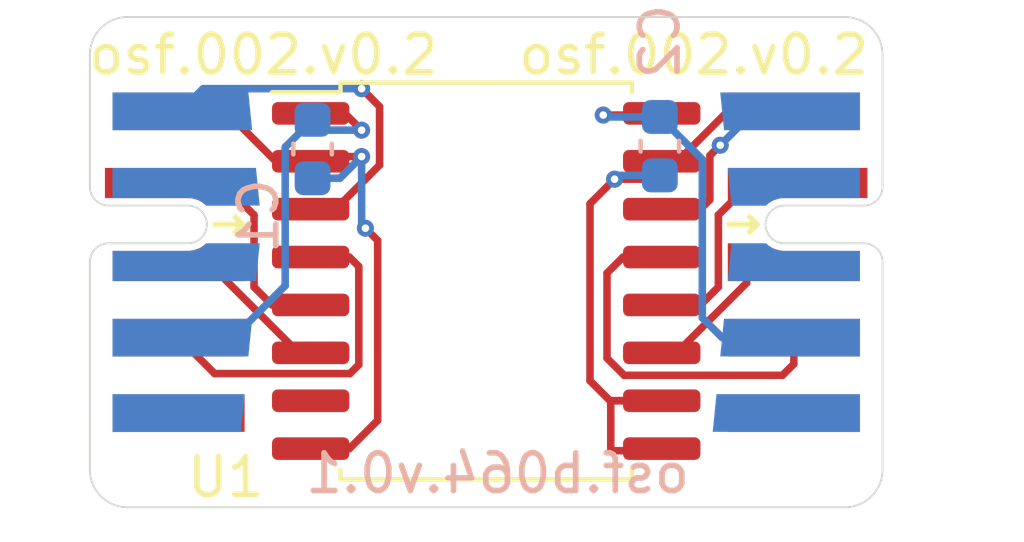
<source format=kicad_pcb>
(kicad_pcb (version 20171130) (host pcbnew "(5.1.10)-1")

  (general
    (thickness 1.6)
    (drawings 13)
    (tracks 93)
    (zones 0)
    (modules 5)
    (nets 13)
  )

  (page A4)
  (layers
    (0 F.Cu signal)
    (31 B.Cu signal)
    (32 B.Adhes user)
    (33 F.Adhes user)
    (34 B.Paste user)
    (35 F.Paste user)
    (36 B.SilkS user)
    (37 F.SilkS user)
    (38 B.Mask user)
    (39 F.Mask user)
    (40 Dwgs.User user)
    (41 Cmts.User user)
    (42 Eco1.User user)
    (43 Eco2.User user)
    (44 Edge.Cuts user)
    (45 Margin user)
    (46 B.CrtYd user)
    (47 F.CrtYd user)
    (48 B.Fab user)
    (49 F.Fab user)
  )

  (setup
    (last_trace_width 0.2)
    (user_trace_width 0.2)
    (user_trace_width 0.5)
    (trace_clearance 0.15)
    (zone_clearance 0.4)
    (zone_45_only no)
    (trace_min 0.15)
    (via_size 0.45)
    (via_drill 0.2)
    (via_min_size 0.45)
    (via_min_drill 0.2)
    (uvia_size 0.3)
    (uvia_drill 0.1)
    (uvias_allowed no)
    (uvia_min_size 0.2)
    (uvia_min_drill 0.1)
    (edge_width 0.05)
    (segment_width 0.2)
    (pcb_text_width 0.3)
    (pcb_text_size 1.5 1.5)
    (mod_edge_width 0.12)
    (mod_text_size 1 1)
    (mod_text_width 0.15)
    (pad_size 1.524 1.524)
    (pad_drill 0.762)
    (pad_to_mask_clearance 0.04)
    (solder_mask_min_width 0.1)
    (aux_axis_origin 0 0)
    (visible_elements 7FFFFFFF)
    (pcbplotparams
      (layerselection 0x010fc_ffffffff)
      (usegerberextensions false)
      (usegerberattributes false)
      (usegerberadvancedattributes false)
      (creategerberjobfile false)
      (excludeedgelayer true)
      (linewidth 0.100000)
      (plotframeref false)
      (viasonmask false)
      (mode 1)
      (useauxorigin false)
      (hpglpennumber 1)
      (hpglpenspeed 20)
      (hpglpendiameter 15.000000)
      (psnegative false)
      (psa4output false)
      (plotreference true)
      (plotvalue true)
      (plotinvisibletext false)
      (padsonsilk false)
      (subtractmaskfromsilk false)
      (outputformat 1)
      (mirror false)
      (drillshape 0)
      (scaleselection 1)
      (outputdirectory "gerber"))
  )

  (net 0 "")
  (net 1 /isolator/GND1)
  (net 2 /isolator/VDD1)
  (net 3 /isolator/GND2)
  (net 4 /isolator/VDD2)
  (net 5 /isolator/ISDI)
  (net 6 /isolator/OSDO)
  (net 7 /isolator/ICS)
  (net 8 /isolator/ISCLK)
  (net 9 /isolator/OSDI)
  (net 10 /isolator/ISDO)
  (net 11 /isolator/OSCLK)
  (net 12 /isolator/OCS)

  (net_class Default "This is the default net class."
    (clearance 0.15)
    (trace_width 0.15)
    (via_dia 0.45)
    (via_drill 0.2)
    (uvia_dia 0.3)
    (uvia_drill 0.1)
    (add_net /isolator/GND1)
    (add_net /isolator/GND2)
    (add_net /isolator/ICS)
    (add_net /isolator/ISCLK)
    (add_net /isolator/ISDI)
    (add_net /isolator/ISDO)
    (add_net /isolator/OCS)
    (add_net /isolator/OSCLK)
    (add_net /isolator/OSDI)
    (add_net /isolator/OSDO)
    (add_net /isolator/VDD1)
    (add_net /isolator/VDD2)
  )

  (module Package_SO:SOIC-16W_7.5x10.3mm_P1.27mm (layer F.Cu) (tedit 5D9F72B1) (tstamp 61154CB4)
    (at 87.5 81)
    (descr "SOIC, 16 Pin (JEDEC MS-013AA, https://www.analog.com/media/en/package-pcb-resources/package/pkg_pdf/soic_wide-rw/rw_16.pdf), generated with kicad-footprint-generator ipc_gullwing_generator.py")
    (tags "SOIC SO")
    (path /6083C3A8/611554D6)
    (attr smd)
    (fp_text reference U1 (at -6.9 5.2) (layer F.SilkS)
      (effects (font (size 1 1) (thickness 0.15)))
    )
    (fp_text value ADuM5401 (at 0 6.1) (layer F.Fab)
      (effects (font (size 1 1) (thickness 0.15)))
    )
    (fp_line (start 5.93 -5.4) (end -5.93 -5.4) (layer F.CrtYd) (width 0.05))
    (fp_line (start 5.93 5.4) (end 5.93 -5.4) (layer F.CrtYd) (width 0.05))
    (fp_line (start -5.93 5.4) (end 5.93 5.4) (layer F.CrtYd) (width 0.05))
    (fp_line (start -5.93 -5.4) (end -5.93 5.4) (layer F.CrtYd) (width 0.05))
    (fp_line (start -3.75 -4.15) (end -2.75 -5.15) (layer F.Fab) (width 0.1))
    (fp_line (start -3.75 5.15) (end -3.75 -4.15) (layer F.Fab) (width 0.1))
    (fp_line (start 3.75 5.15) (end -3.75 5.15) (layer F.Fab) (width 0.1))
    (fp_line (start 3.75 -5.15) (end 3.75 5.15) (layer F.Fab) (width 0.1))
    (fp_line (start -2.75 -5.15) (end 3.75 -5.15) (layer F.Fab) (width 0.1))
    (fp_line (start -3.86 -5.005) (end -5.675 -5.005) (layer F.SilkS) (width 0.12))
    (fp_line (start -3.86 -5.26) (end -3.86 -5.005) (layer F.SilkS) (width 0.12))
    (fp_line (start 0 -5.26) (end -3.86 -5.26) (layer F.SilkS) (width 0.12))
    (fp_line (start 3.86 -5.26) (end 3.86 -5.005) (layer F.SilkS) (width 0.12))
    (fp_line (start 0 -5.26) (end 3.86 -5.26) (layer F.SilkS) (width 0.12))
    (fp_line (start -3.86 5.26) (end -3.86 5.005) (layer F.SilkS) (width 0.12))
    (fp_line (start 0 5.26) (end -3.86 5.26) (layer F.SilkS) (width 0.12))
    (fp_line (start 3.86 5.26) (end 3.86 5.005) (layer F.SilkS) (width 0.12))
    (fp_line (start 0 5.26) (end 3.86 5.26) (layer F.SilkS) (width 0.12))
    (fp_text user %R (at 0 0) (layer F.Fab)
      (effects (font (size 1 1) (thickness 0.15)))
    )
    (pad 16 smd roundrect (at 4.65 -4.445) (size 2.05 0.6) (layers F.Cu F.Paste F.Mask) (roundrect_rratio 0.25)
      (net 4 /isolator/VDD2))
    (pad 15 smd roundrect (at 4.65 -3.175) (size 2.05 0.6) (layers F.Cu F.Paste F.Mask) (roundrect_rratio 0.25)
      (net 3 /isolator/GND2))
    (pad 14 smd roundrect (at 4.65 -1.905) (size 2.05 0.6) (layers F.Cu F.Paste F.Mask) (roundrect_rratio 0.25)
      (net 12 /isolator/OCS))
    (pad 13 smd roundrect (at 4.65 -0.635) (size 2.05 0.6) (layers F.Cu F.Paste F.Mask) (roundrect_rratio 0.25)
      (net 11 /isolator/OSCLK))
    (pad 12 smd roundrect (at 4.65 0.635) (size 2.05 0.6) (layers F.Cu F.Paste F.Mask) (roundrect_rratio 0.25)
      (net 9 /isolator/OSDI))
    (pad 11 smd roundrect (at 4.65 1.905) (size 2.05 0.6) (layers F.Cu F.Paste F.Mask) (roundrect_rratio 0.25)
      (net 10 /isolator/ISDO))
    (pad 10 smd roundrect (at 4.65 3.175) (size 2.05 0.6) (layers F.Cu F.Paste F.Mask) (roundrect_rratio 0.25)
      (net 3 /isolator/GND2))
    (pad 9 smd roundrect (at 4.65 4.445) (size 2.05 0.6) (layers F.Cu F.Paste F.Mask) (roundrect_rratio 0.25)
      (net 3 /isolator/GND2))
    (pad 8 smd roundrect (at -4.65 4.445) (size 2.05 0.6) (layers F.Cu F.Paste F.Mask) (roundrect_rratio 0.25)
      (net 1 /isolator/GND1))
    (pad 7 smd roundrect (at -4.65 3.175) (size 2.05 0.6) (layers F.Cu F.Paste F.Mask) (roundrect_rratio 0.25))
    (pad 6 smd roundrect (at -4.65 1.905) (size 2.05 0.6) (layers F.Cu F.Paste F.Mask) (roundrect_rratio 0.25)
      (net 6 /isolator/OSDO))
    (pad 5 smd roundrect (at -4.65 0.635) (size 2.05 0.6) (layers F.Cu F.Paste F.Mask) (roundrect_rratio 0.25)
      (net 5 /isolator/ISDI))
    (pad 4 smd roundrect (at -4.65 -0.635) (size 2.05 0.6) (layers F.Cu F.Paste F.Mask) (roundrect_rratio 0.25)
      (net 8 /isolator/ISCLK))
    (pad 3 smd roundrect (at -4.65 -1.905) (size 2.05 0.6) (layers F.Cu F.Paste F.Mask) (roundrect_rratio 0.25)
      (net 7 /isolator/ICS))
    (pad 2 smd roundrect (at -4.65 -3.175) (size 2.05 0.6) (layers F.Cu F.Paste F.Mask) (roundrect_rratio 0.25)
      (net 1 /isolator/GND1))
    (pad 1 smd roundrect (at -4.65 -4.445) (size 2.05 0.6) (layers F.Cu F.Paste F.Mask) (roundrect_rratio 0.25)
      (net 2 /isolator/VDD1))
    (model ${KISYS3DMOD}/Package_SO.3dshapes/SOIC-16W_7.5x10.3mm_P1.27mm.wrl
      (at (xyz 0 0 0))
      (scale (xyz 1 1 1))
      (rotate (xyz 0 0 0))
    )
  )

  (module on_edge:on_edge_2x05_host (layer F.Cu) (tedit 607DF692) (tstamp 60A14270)
    (at 98 80.5 270)
    (path /60A19C16)
    (attr virtual)
    (fp_text reference J2 (at 0.05 -3.2 180 unlocked) (layer F.Fab)
      (effects (font (size 0.5 0.5) (thickness 0.125)))
    )
    (fp_text value 001_I2C (at -1.2 -2 90) (layer F.Fab)
      (effects (font (size 1 1) (thickness 0.15)))
    )
    (fp_line (start 5 -0.5) (end 5 5) (layer B.CrtYd) (width 0.05))
    (fp_line (start -5 -0.5) (end 5 -0.5) (layer B.CrtYd) (width 0.05))
    (fp_line (start -5 5) (end -5 -0.5) (layer B.CrtYd) (width 0.05))
    (fp_line (start 5 5) (end -5 5) (layer B.CrtYd) (width 0.05))
    (fp_line (start -5 -0.5) (end -5 5) (layer F.CrtYd) (width 0.05))
    (fp_line (start 5 -0.5) (end -5 -0.5) (layer F.CrtYd) (width 0.05))
    (fp_line (start 5 5) (end 5 -0.5) (layer F.CrtYd) (width 0.05))
    (fp_line (start -5 5) (end 5 5) (layer F.CrtYd) (width 0.05))
    (fp_line (start 0 0) (end 4 0) (layer Edge.Cuts) (width 0.05))
    (fp_line (start -4 0) (end -2 0) (layer Edge.Cuts) (width 0.05))
    (fp_line (start -0.5 2.6) (end -0.5 0.5) (layer Edge.Cuts) (width 0.05))
    (fp_line (start -1.5 0.5) (end -1.5 2.6) (layer Edge.Cuts) (width 0.05))
    (fp_line (start -1 3.323) (end -1.2 3.523) (layer F.SilkS) (width 0.153))
    (fp_line (start -0.8 3.523) (end -1 3.323) (layer F.SilkS) (width 0.153))
    (fp_line (start -1 4.05) (end -1 3.323) (layer F.SilkS) (width 0.153))
    (fp_arc (start 0 0.5) (end 0 0) (angle -90) (layer Edge.Cuts) (width 0.05))
    (fp_arc (start -2 0.5) (end -1.5 0.5) (angle -90) (layer Edge.Cuts) (width 0.05))
    (fp_arc (start -1 2.6) (end -1.5 2.6) (angle -180) (layer Edge.Cuts) (width 0.05))
    (pad 2 smd custom (at -2 3.6 270) (size 1 1) (layers F.Cu F.Mask)
      (net 9 /isolator/OSDI) (zone_connect 0)
      (options (clearance outline) (anchor rect))
      (primitives
        (gr_poly (pts
           (xy 0.3 -0.99) (xy 0.31 -0.88) (xy 0.33 -0.8) (xy 0.35 -0.74) (xy 0.37 -0.69)
           (xy 0.4 -0.64) (xy 0.44 -0.58) (xy 0.48 -0.53) (xy 0.5 -0.51) (xy 0.5 0.5)
           (xy -0.5 0.5) (xy -0.5 -3.2) (xy 0.3 -3.2)) (width 0))
      ))
    (pad 3 smd custom (at 0 3.6 270) (size 1 1) (layers F.Cu F.Mask)
      (net 10 /isolator/ISDO) (zone_connect 0)
      (options (clearance outline) (anchor rect))
      (primitives
        (gr_poly (pts
           (xy -0.3 -0.99) (xy -0.31 -0.88) (xy -0.33 -0.8) (xy -0.35 -0.74) (xy -0.37 -0.69)
           (xy -0.4 -0.64) (xy -0.44 -0.58) (xy -0.48 -0.53) (xy -0.5 -0.51) (xy -0.5 0.5)
           (xy 0.5 0.5) (xy 0.5 -3) (xy -0.3 -3)) (width 0))
      ))
    (pad 8 smd custom (at 0 2.1 90) (size 0.4 0.4) (layers B.Cu B.Mask)
      (zone_connect 0)
      (options (clearance outline) (anchor rect))
      (primitives
        (gr_poly (pts
           (xy 0.3 -0.51) (xy 0.31 -0.62) (xy 0.33 -0.7) (xy 0.35 -0.76) (xy 0.37 -0.81)
           (xy 0.4 -0.86) (xy 0.44 -0.92) (xy 0.48 -0.97) (xy 0.5 -0.99) (xy 0.5 -1.9)
           (xy -0.5 -2) (xy -0.5 1.5) (xy 0.3 1.5)) (width 0))
      ))
    (pad 7 smd custom (at -2 2.1 90) (size 0.4 0.4) (layers B.Cu B.Mask)
      (zone_connect 0)
      (options (clearance outline) (anchor rect))
      (primitives
        (gr_poly (pts
           (xy -0.3 -0.51) (xy -0.31 -0.62) (xy -0.33 -0.7) (xy -0.35 -0.76) (xy -0.37 -0.81)
           (xy -0.4 -0.86) (xy -0.44 -0.92) (xy -0.48 -0.97) (xy -0.5 -0.99) (xy -0.5 -1.9)
           (xy 0.5 -2) (xy 0.5 1.5) (xy -0.3 1.5)) (width 0))
      ))
    (pad 4 smd rect (at 2 2.35 270) (size 1 3.5) (layers F.Cu F.Mask)
      (net 11 /isolator/OSCLK) (zone_connect 0))
    (pad 10 smd custom (at 4 2.5 90) (size 1 3.8) (layers B.Cu B.Mask)
      (zone_connect 0)
      (options (clearance outline) (anchor rect))
      (primitives
        (gr_poly (pts
           (xy 0.5 -1.9) (xy -0.5 -2) (xy -0.5 -1.9)) (width 0))
      ))
    (pad 9 smd custom (at 2 2.4 90) (size 1 3.6) (layers B.Cu B.Mask)
      (net 4 /isolator/VDD2) (zone_connect 0)
      (options (clearance outline) (anchor rect))
      (primitives
        (gr_poly (pts
           (xy 0.5 -1.8) (xy -0.5 -1.9) (xy -0.5 -1.8)) (width 0))
      ))
    (pad 6 smd custom (at -4 2.4 90) (size 1 3.6) (layers B.Cu B.Mask)
      (net 12 /isolator/OCS) (zone_connect 0)
      (options (clearance outline) (anchor rect))
      (primitives
        (gr_poly (pts
           (xy 0.5 -1.8) (xy 0.5 -1.9) (xy -0.5 -1.8)) (width 0))
      ))
    (pad 5 smd rect (at 4 2.35 270) (size 1 3.5) (layers F.Cu F.Mask)
      (zone_connect 0))
    (pad 1 smd rect (at -4 2.35 270) (size 1 3.5) (layers F.Cu F.Mask)
      (net 3 /isolator/GND2) (zone_connect 0))
  )

  (module on_edge:on_edge_2x05_device (layer F.Cu) (tedit 607DF540) (tstamp 60A14250)
    (at 77 80.5 270)
    (path /60A193FC)
    (attr virtual)
    (fp_text reference J1 (at 0 1.2 270 unlocked) (layer F.Fab)
      (effects (font (size 0.5 0.5) (thickness 0.05)))
    )
    (fp_text value 001_I2C (at 0 2 270 unlocked) (layer F.Fab)
      (effects (font (size 0.5 0.5) (thickness 0.05)))
    )
    (fp_line (start -1.5 -2.6) (end -1.5 -0.5) (layer Edge.Cuts) (width 0.05))
    (fp_line (start -0.5 -0.5) (end -0.5 -2.6) (layer Edge.Cuts) (width 0.05))
    (fp_line (start -1.2 -3.85) (end -1 -4.05) (layer F.SilkS) (width 0.153))
    (fp_line (start -1 -4.05) (end -0.8 -3.85) (layer F.SilkS) (width 0.153))
    (fp_line (start -1 -4.05) (end -1 -3.323) (layer F.SilkS) (width 0.153))
    (fp_line (start -4 0) (end -2 0) (layer Edge.Cuts) (width 0.05))
    (fp_line (start 0 0) (end 4 0) (layer Edge.Cuts) (width 0.05))
    (fp_line (start -5 -5) (end 5 -5) (layer F.CrtYd) (width 0.05))
    (fp_line (start 5 -5) (end 5 0.5) (layer F.CrtYd) (width 0.05))
    (fp_line (start 5 0.5) (end -5 0.5) (layer F.CrtYd) (width 0.05))
    (fp_line (start -5 0.5) (end -5 -5) (layer F.CrtYd) (width 0.05))
    (fp_line (start 5 -5) (end -5 -5) (layer B.CrtYd) (width 0.05))
    (fp_line (start -5 -5) (end -5 0.5) (layer B.CrtYd) (width 0.05))
    (fp_line (start -5 0.5) (end 5 0.5) (layer B.CrtYd) (width 0.05))
    (fp_line (start 5 0.5) (end 5 -5) (layer B.CrtYd) (width 0.05))
    (fp_arc (start -2 -0.5) (end -2 0) (angle -90) (layer Edge.Cuts) (width 0.05))
    (fp_arc (start 0 -0.5) (end -0.5 -0.5) (angle -90) (layer Edge.Cuts) (width 0.05))
    (fp_arc (start -1 -2.6) (end -0.5 -2.6) (angle -180) (layer Edge.Cuts) (width 0.05))
    (pad 2 smd custom (at -2 -3.6 270) (size 1 1) (layers F.Cu F.Mask)
      (net 5 /isolator/ISDI) (zone_connect 0)
      (options (clearance outline) (anchor rect))
      (primitives
        (gr_poly (pts
           (xy 0.3 1) (xy 0.31 0.89) (xy 0.33 0.81) (xy 0.35 0.75) (xy 0.37 0.7)
           (xy 0.4 0.65) (xy 0.44 0.59) (xy 0.48 0.54) (xy 0.5 0.52) (xy 0.5 -0.5)
           (xy -0.5 -0.5) (xy -0.5 3.2) (xy 0.3 3.2)) (width 0))
      ))
    (pad 3 smd custom (at 0 -3.6 270) (size 1 1) (layers F.Cu F.Mask)
      (net 6 /isolator/OSDO) (zone_connect 0)
      (options (clearance outline) (anchor rect))
      (primitives
        (gr_poly (pts
           (xy -0.3 1) (xy -0.31 0.89) (xy -0.33 0.81) (xy -0.35 0.75) (xy -0.37 0.7)
           (xy -0.4 0.65) (xy -0.44 0.59) (xy -0.48 0.54) (xy -0.5 0.52) (xy -0.5 -0.5)
           (xy 0.5 -0.5) (xy 0.5 3) (xy -0.3 3)) (width 0))
      ))
    (pad 8 smd custom (at 0 -2.1 270) (size 0.4 0.4) (layers B.Cu B.Mask)
      (zone_connect 0)
      (options (clearance outline) (anchor rect))
      (primitives
        (gr_poly (pts
           (xy -0.3 -0.51) (xy -0.31 -0.62) (xy -0.33 -0.7) (xy -0.35 -0.76) (xy -0.37 -0.81)
           (xy -0.4 -0.86) (xy -0.44 -0.92) (xy -0.48 -0.97) (xy -0.5 -0.99) (xy -0.5 -2.4)
           (xy 0.5 -2.3) (xy 0.5 1.5) (xy -0.3 1.5)) (width 0))
      ))
    (pad 7 smd custom (at -2 -2.1 270) (size 0.4 0.4) (layers B.Cu B.Mask)
      (zone_connect 0)
      (options (clearance outline) (anchor rect))
      (primitives
        (gr_poly (pts
           (xy 0.3 -0.51) (xy 0.31 -0.62) (xy 0.33 -0.7) (xy 0.35 -0.76) (xy 0.37 -0.81)
           (xy 0.4 -0.86) (xy 0.44 -0.92) (xy 0.48 -0.97) (xy 0.5 -0.99) (xy 0.5 -2.4)
           (xy -0.5 -2.3) (xy -0.5 1.5) (xy 0.3 1.5)) (width 0))
      ))
    (pad 10 smd custom (at 4 -2.3 270) (size 1 3.4) (layers B.Cu B.Mask)
      (zone_connect 0)
      (options (clearance outline) (anchor rect))
      (primitives
        (gr_poly (pts
           (xy -0.5 -1.7) (xy -0.5 -1.8) (xy 0.5 -1.7)) (width 0))
      ))
    (pad 9 smd custom (at 2 -2.4 270) (size 1 3.6) (layers B.Cu B.Mask)
      (net 2 /isolator/VDD1) (zone_connect 0)
      (options (clearance outline) (anchor rect))
      (primitives
        (gr_poly (pts
           (xy -0.5 -1.8) (xy -0.5 -1.9) (xy 0.5 -1.8)) (width 0))
      ))
    (pad 6 smd custom (at -4 -2.4 270) (size 1 3.6) (layers B.Cu B.Mask)
      (net 7 /isolator/ICS) (zone_connect 0)
      (options (clearance outline) (anchor rect))
      (primitives
        (gr_poly (pts
           (xy 0.5 -1.8) (xy 0.5 -1.9) (xy -0.5 -1.8)) (width 0))
      ))
    (pad 5 smd rect (at 4 -2.35 90) (size 1 3.5) (layers F.Cu F.Mask)
      (zone_connect 0))
    (pad 1 smd rect (at -4 -2.35 90) (size 1 3.5) (layers F.Cu F.Mask)
      (net 1 /isolator/GND1) (zone_connect 0))
    (pad 4 smd rect (at 2 -2.35 90) (size 1 3.5) (layers F.Cu F.Mask)
      (net 8 /isolator/ISCLK) (zone_connect 0))
  )

  (module Capacitor_SMD:C_0603_1608Metric (layer B.Cu) (tedit 5F68FEEE) (tstamp 60A14230)
    (at 92.1 77.425 270)
    (descr "Capacitor SMD 0603 (1608 Metric), square (rectangular) end terminal, IPC_7351 nominal, (Body size source: IPC-SM-782 page 76, https://www.pcb-3d.com/wordpress/wp-content/uploads/ipc-sm-782a_amendment_1_and_2.pdf), generated with kicad-footprint-generator")
    (tags capacitor)
    (path /6083C3A8/60A186FC)
    (attr smd)
    (fp_text reference C2 (at -2.775 0 90) (layer B.SilkS)
      (effects (font (size 1 1) (thickness 0.15)) (justify mirror))
    )
    (fp_text value 100nF (at 0 -1.43 90) (layer B.Fab)
      (effects (font (size 1 1) (thickness 0.15)) (justify mirror))
    )
    (fp_line (start -0.8 -0.4) (end -0.8 0.4) (layer B.Fab) (width 0.1))
    (fp_line (start -0.8 0.4) (end 0.8 0.4) (layer B.Fab) (width 0.1))
    (fp_line (start 0.8 0.4) (end 0.8 -0.4) (layer B.Fab) (width 0.1))
    (fp_line (start 0.8 -0.4) (end -0.8 -0.4) (layer B.Fab) (width 0.1))
    (fp_line (start -0.14058 0.51) (end 0.14058 0.51) (layer B.SilkS) (width 0.12))
    (fp_line (start -0.14058 -0.51) (end 0.14058 -0.51) (layer B.SilkS) (width 0.12))
    (fp_line (start -1.48 -0.73) (end -1.48 0.73) (layer B.CrtYd) (width 0.05))
    (fp_line (start -1.48 0.73) (end 1.48 0.73) (layer B.CrtYd) (width 0.05))
    (fp_line (start 1.48 0.73) (end 1.48 -0.73) (layer B.CrtYd) (width 0.05))
    (fp_line (start 1.48 -0.73) (end -1.48 -0.73) (layer B.CrtYd) (width 0.05))
    (fp_text user %R (at 0 0 90) (layer B.Fab)
      (effects (font (size 0.4 0.4) (thickness 0.06)) (justify mirror))
    )
    (pad 2 smd roundrect (at 0.775 0 270) (size 0.9 0.95) (layers B.Cu B.Paste B.Mask) (roundrect_rratio 0.25)
      (net 3 /isolator/GND2))
    (pad 1 smd roundrect (at -0.775 0 270) (size 0.9 0.95) (layers B.Cu B.Paste B.Mask) (roundrect_rratio 0.25)
      (net 4 /isolator/VDD2))
    (model ${KISYS3DMOD}/Capacitor_SMD.3dshapes/C_0603_1608Metric.wrl
      (at (xyz 0 0 0))
      (scale (xyz 1 1 1))
      (rotate (xyz 0 0 0))
    )
  )

  (module Capacitor_SMD:C_0603_1608Metric (layer B.Cu) (tedit 5F68FEEE) (tstamp 60A1421F)
    (at 82.9 77.5 270)
    (descr "Capacitor SMD 0603 (1608 Metric), square (rectangular) end terminal, IPC_7351 nominal, (Body size source: IPC-SM-782 page 76, https://www.pcb-3d.com/wordpress/wp-content/uploads/ipc-sm-782a_amendment_1_and_2.pdf), generated with kicad-footprint-generator")
    (tags capacitor)
    (path /6083C3A8/60A18186)
    (attr smd)
    (fp_text reference C1 (at 1.775 1.43 90) (layer B.SilkS)
      (effects (font (size 1 1) (thickness 0.15)) (justify mirror))
    )
    (fp_text value 100nF (at 0 -1.43 90) (layer B.Fab)
      (effects (font (size 1 1) (thickness 0.15)) (justify mirror))
    )
    (fp_line (start -0.8 -0.4) (end -0.8 0.4) (layer B.Fab) (width 0.1))
    (fp_line (start -0.8 0.4) (end 0.8 0.4) (layer B.Fab) (width 0.1))
    (fp_line (start 0.8 0.4) (end 0.8 -0.4) (layer B.Fab) (width 0.1))
    (fp_line (start 0.8 -0.4) (end -0.8 -0.4) (layer B.Fab) (width 0.1))
    (fp_line (start -0.14058 0.51) (end 0.14058 0.51) (layer B.SilkS) (width 0.12))
    (fp_line (start -0.14058 -0.51) (end 0.14058 -0.51) (layer B.SilkS) (width 0.12))
    (fp_line (start -1.48 -0.73) (end -1.48 0.73) (layer B.CrtYd) (width 0.05))
    (fp_line (start -1.48 0.73) (end 1.48 0.73) (layer B.CrtYd) (width 0.05))
    (fp_line (start 1.48 0.73) (end 1.48 -0.73) (layer B.CrtYd) (width 0.05))
    (fp_line (start 1.48 -0.73) (end -1.48 -0.73) (layer B.CrtYd) (width 0.05))
    (fp_text user %R (at 0 0 90) (layer B.Fab)
      (effects (font (size 0.4 0.4) (thickness 0.06)) (justify mirror))
    )
    (pad 2 smd roundrect (at 0.775 0 270) (size 0.9 0.95) (layers B.Cu B.Paste B.Mask) (roundrect_rratio 0.25)
      (net 1 /isolator/GND1))
    (pad 1 smd roundrect (at -0.775 0 270) (size 0.9 0.95) (layers B.Cu B.Paste B.Mask) (roundrect_rratio 0.25)
      (net 2 /isolator/VDD1))
    (model ${KISYS3DMOD}/Capacitor_SMD.3dshapes/C_0603_1608Metric.wrl
      (at (xyz 0 0 0))
      (scale (xyz 1 1 1))
      (rotate (xyz 0 0 0))
    )
  )

  (gr_text osf.002.v0.2 (at 93 75) (layer F.SilkS) (tstamp 60A15077)
    (effects (font (size 1 1) (thickness 0.15)))
  )
  (gr_text osf.002.v0.2 (at 81.6 75) (layer F.SilkS)
    (effects (font (size 1 1) (thickness 0.15)))
  )
  (gr_text osf.b064.v0.1 (at 87.8 86.1) (layer B.SilkS)
    (effects (font (size 1 1) (thickness 0.15)) (justify mirror))
  )
  (gr_line (start 77 76.5) (end 77 75) (layer Edge.Cuts) (width 0.05) (tstamp 609CF599))
  (gr_line (start 98 76.5) (end 98 75) (layer Edge.Cuts) (width 0.05) (tstamp 6083D7CB))
  (gr_line (start 98 86) (end 98 84.5) (layer Edge.Cuts) (width 0.05))
  (gr_line (start 78 74) (end 97 74) (layer Edge.Cuts) (width 0.05) (tstamp 6083D74D))
  (gr_line (start 77 86) (end 77 84.5) (layer Edge.Cuts) (width 0.05) (tstamp 6083704E))
  (gr_line (start 97 87) (end 78 87) (layer Edge.Cuts) (width 0.05) (tstamp 6083704D))
  (gr_arc (start 78 86) (end 77 86) (angle -90) (layer Edge.Cuts) (width 0.05))
  (gr_arc (start 97 86) (end 97 87) (angle -90) (layer Edge.Cuts) (width 0.05))
  (gr_arc (start 78 75) (end 78 74) (angle -90) (layer Edge.Cuts) (width 0.05))
  (gr_arc (start 97 75) (end 98 75) (angle -90) (layer Edge.Cuts) (width 0.05))

  (segment (start 81.925 77.825) (end 82.85 77.825) (width 0.2) (layer F.Cu) (net 1))
  (segment (start 80.6 76.5) (end 81.925 77.825) (width 0.2) (layer F.Cu) (net 1))
  (segment (start 79.35 76.5) (end 80.6 76.5) (width 0.2) (layer F.Cu) (net 1))
  (via (at 84.2 77.7) (size 0.45) (drill 0.2) (layers F.Cu B.Cu) (net 1))
  (segment (start 84.2 77.7) (end 83.7 77.7) (width 0.2) (layer F.Cu) (net 1))
  (segment (start 83.575 77.825) (end 82.85 77.825) (width 0.2) (layer F.Cu) (net 1))
  (segment (start 83.7 77.7) (end 83.575 77.825) (width 0.2) (layer F.Cu) (net 1))
  (segment (start 83.625 78.275) (end 84.2 77.7) (width 0.2) (layer B.Cu) (net 1))
  (segment (start 82.9 78.275) (end 83.625 78.275) (width 0.2) (layer B.Cu) (net 1))
  (segment (start 84.624999 79.924999) (end 84.3 79.6) (width 0.2) (layer F.Cu) (net 1))
  (segment (start 84.624999 84.695001) (end 84.624999 79.924999) (width 0.2) (layer F.Cu) (net 1))
  (segment (start 83.875 85.445) (end 84.624999 84.695001) (width 0.2) (layer F.Cu) (net 1))
  (segment (start 82.85 85.445) (end 83.875 85.445) (width 0.2) (layer F.Cu) (net 1))
  (segment (start 84.2 79.5) (end 84.3 79.6) (width 0.2) (layer B.Cu) (net 1))
  (segment (start 84.2 77.7) (end 84.2 79.5) (width 0.2) (layer B.Cu) (net 1))
  (via (at 84.3 79.6) (size 0.45) (drill 0.2) (layers F.Cu B.Cu) (net 1))
  (via (at 84.2 77) (size 0.45) (drill 0.2) (layers F.Cu B.Cu) (net 2))
  (segment (start 83.755 76.555) (end 84.2 77) (width 0.2) (layer F.Cu) (net 2))
  (segment (start 82.85 76.555) (end 83.755 76.555) (width 0.2) (layer F.Cu) (net 2))
  (segment (start 83.175 77) (end 82.9 76.725) (width 0.2) (layer B.Cu) (net 2))
  (segment (start 84.2 77) (end 83.175 77) (width 0.2) (layer B.Cu) (net 2))
  (segment (start 82.17499 77.45001) (end 82.9 76.725) (width 0.2) (layer B.Cu) (net 2))
  (segment (start 82.17499 81.12501) (end 82.17499 77.45001) (width 0.2) (layer B.Cu) (net 2))
  (segment (start 80.5 82.8) (end 82.17499 81.12501) (width 0.2) (layer B.Cu) (net 2))
  (segment (start 79.7 82.8) (end 80.5 82.8) (width 0.2) (layer B.Cu) (net 2))
  (segment (start 79.4 82.5) (end 79.7 82.8) (width 0.2) (layer B.Cu) (net 2))
  (segment (start 91 78.2) (end 90.9 78.3) (width 0.2) (layer B.Cu) (net 3))
  (segment (start 92.1 78.2) (end 91 78.2) (width 0.2) (layer B.Cu) (net 3))
  (via (at 90.9 78.3) (size 0.45) (drill 0.2) (layers F.Cu B.Cu) (net 3))
  (segment (start 91.675 78.3) (end 92.15 77.825) (width 0.2) (layer F.Cu) (net 3))
  (segment (start 90.9 78.3) (end 91.675 78.3) (width 0.2) (layer F.Cu) (net 3))
  (segment (start 92.15 84.175) (end 90.825 84.175) (width 0.2) (layer F.Cu) (net 3))
  (segment (start 90.825 84.175) (end 90.8 84.2) (width 0.2) (layer F.Cu) (net 3))
  (segment (start 90.8 84.2) (end 90.8 85.5) (width 0.2) (layer F.Cu) (net 3))
  (segment (start 92.095 85.5) (end 92.15 85.445) (width 0.2) (layer F.Cu) (net 3))
  (segment (start 90.8 85.5) (end 92.095 85.5) (width 0.2) (layer F.Cu) (net 3))
  (segment (start 90.78001 84.175) (end 92.15 84.175) (width 0.2) (layer F.Cu) (net 3))
  (segment (start 90.249989 78.950011) (end 90.249989 83.644979) (width 0.2) (layer F.Cu) (net 3))
  (segment (start 90.249989 83.644979) (end 90.78001 84.175) (width 0.2) (layer F.Cu) (net 3))
  (segment (start 90.9 78.3) (end 90.249989 78.950011) (width 0.2) (layer F.Cu) (net 3))
  (segment (start 93.896996 76.5) (end 92.571996 77.825) (width 0.2) (layer F.Cu) (net 3))
  (segment (start 92.571996 77.825) (end 92.15 77.825) (width 0.2) (layer F.Cu) (net 3))
  (segment (start 95.65 76.5) (end 93.896996 76.5) (width 0.2) (layer F.Cu) (net 3))
  (segment (start 90.65 76.65) (end 90.6 76.6) (width 0.2) (layer B.Cu) (net 4))
  (via (at 90.6 76.6) (size 0.45) (drill 0.2) (layers F.Cu B.Cu) (net 4))
  (segment (start 92.1 76.65) (end 90.65 76.65) (width 0.2) (layer B.Cu) (net 4))
  (segment (start 92.105 76.6) (end 92.15 76.555) (width 0.2) (layer F.Cu) (net 4))
  (segment (start 90.6 76.6) (end 92.105 76.6) (width 0.2) (layer F.Cu) (net 4))
  (segment (start 95.6 82.5) (end 93.75 82.5) (width 0.2) (layer B.Cu) (net 4))
  (segment (start 93.225 77.775) (end 92.1 76.65) (width 0.2) (layer B.Cu) (net 4))
  (segment (start 93.225 81.975) (end 93.225 77.775) (width 0.2) (layer B.Cu) (net 4))
  (segment (start 93.75 82.5) (end 93.225 81.975) (width 0.2) (layer B.Cu) (net 4))
  (segment (start 81.35001 79.25001) (end 80.6 78.5) (width 0.2) (layer F.Cu) (net 5))
  (segment (start 81.35001 81.16001) (end 81.35001 79.25001) (width 0.2) (layer F.Cu) (net 5))
  (segment (start 81.825 81.635) (end 81.35001 81.16001) (width 0.2) (layer F.Cu) (net 5))
  (segment (start 82.85 81.635) (end 81.825 81.635) (width 0.2) (layer F.Cu) (net 5))
  (segment (start 80.6 80.975702) (end 80.6 80.5) (width 0.2) (layer F.Cu) (net 6))
  (segment (start 82.529298 82.905) (end 80.6 80.975702) (width 0.2) (layer F.Cu) (net 6))
  (segment (start 82.85 82.905) (end 82.529298 82.905) (width 0.2) (layer F.Cu) (net 6))
  (via (at 84.2 75.9) (size 0.45) (drill 0.2) (layers F.Cu B.Cu) (net 7))
  (segment (start 80 75.9) (end 79.4 76.5) (width 0.2) (layer B.Cu) (net 7))
  (segment (start 84.2 75.9) (end 80 75.9) (width 0.2) (layer B.Cu) (net 7))
  (segment (start 84.675001 76.375001) (end 84.2 75.9) (width 0.2) (layer F.Cu) (net 7))
  (segment (start 82.85 79.095) (end 83.508002 79.095) (width 0.2) (layer F.Cu) (net 7))
  (segment (start 83.508002 79.095) (end 84.675001 77.928001) (width 0.2) (layer F.Cu) (net 7))
  (segment (start 84.675001 77.928001) (end 84.675001 76.375001) (width 0.2) (layer F.Cu) (net 7))
  (segment (start 80.30501 83.45501) (end 79.35 82.5) (width 0.2) (layer F.Cu) (net 8))
  (segment (start 83.890692 83.45501) (end 80.30501 83.45501) (width 0.2) (layer F.Cu) (net 8))
  (segment (start 84.12501 83.220692) (end 83.890692 83.45501) (width 0.2) (layer F.Cu) (net 8))
  (segment (start 84.12501 80.61501) (end 84.12501 83.220692) (width 0.2) (layer F.Cu) (net 8))
  (segment (start 83.875 80.365) (end 84.12501 80.61501) (width 0.2) (layer F.Cu) (net 8))
  (segment (start 82.85 80.365) (end 83.875 80.365) (width 0.2) (layer F.Cu) (net 8))
  (segment (start 93.64999 79.25001) (end 94.4 78.5) (width 0.2) (layer F.Cu) (net 9))
  (segment (start 93.64999 81.16001) (end 93.64999 79.25001) (width 0.2) (layer F.Cu) (net 9))
  (segment (start 93.175 81.635) (end 93.64999 81.16001) (width 0.2) (layer F.Cu) (net 9))
  (segment (start 92.15 81.635) (end 93.175 81.635) (width 0.2) (layer F.Cu) (net 9))
  (segment (start 94.4 81.049998) (end 94.4 80.5) (width 0.2) (layer F.Cu) (net 10))
  (segment (start 92.544998 82.905) (end 94.4 81.049998) (width 0.2) (layer F.Cu) (net 10))
  (segment (start 92.15 82.905) (end 92.544998 82.905) (width 0.2) (layer F.Cu) (net 10))
  (segment (start 95.65 83.2) (end 95.35 83.5) (width 0.2) (layer F.Cu) (net 11))
  (segment (start 95.65 82.5) (end 95.65 83.2) (width 0.2) (layer F.Cu) (net 11))
  (segment (start 91.154298 83.5) (end 90.7 83.045702) (width 0.2) (layer F.Cu) (net 11))
  (segment (start 95.35 83.5) (end 91.154298 83.5) (width 0.2) (layer F.Cu) (net 11))
  (segment (start 91.125 80.365) (end 92.15 80.365) (width 0.2) (layer F.Cu) (net 11))
  (segment (start 90.7 80.79) (end 91.125 80.365) (width 0.2) (layer F.Cu) (net 11))
  (segment (start 90.7 83.045702) (end 90.7 80.79) (width 0.2) (layer F.Cu) (net 11))
  (via (at 93.7 77.4) (size 0.45) (drill 0.2) (layers F.Cu B.Cu) (net 12))
  (segment (start 93.42501 77.67499) (end 93.7 77.4) (width 0.2) (layer F.Cu) (net 12))
  (segment (start 93.175 79.095) (end 93.42501 78.84499) (width 0.2) (layer F.Cu) (net 12))
  (segment (start 93.42501 78.84499) (end 93.42501 77.67499) (width 0.2) (layer F.Cu) (net 12))
  (segment (start 92.15 79.095) (end 93.175 79.095) (width 0.2) (layer F.Cu) (net 12))
  (segment (start 94.6 76.5) (end 95.6 76.5) (width 0.2) (layer B.Cu) (net 12))
  (segment (start 93.7 77.4) (end 94.6 76.5) (width 0.2) (layer B.Cu) (net 12))

)

</source>
